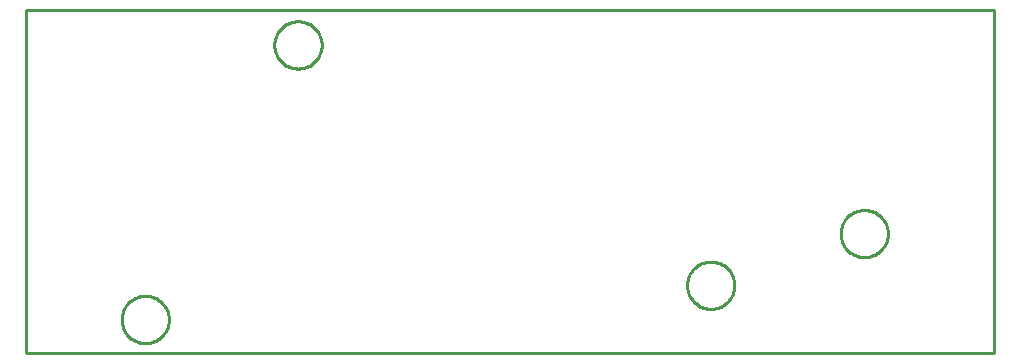
<source format=gko>
G04 EAGLE Gerber RS-274X export*
G75*
%MOMM*%
%FSLAX34Y34*%
%LPD*%
%INBoard Outline*%
%IPPOS*%
%AMOC8*
5,1,8,0,0,1.08239X$1,22.5*%
G01*
%ADD10C,0.152400*%
%ADD11C,0.000000*%
%ADD12C,0.254000*%


D10*
X0Y0D02*
X820000Y0D01*
X0Y0D02*
X0Y290000D01*
X820000Y290000D01*
X820000Y0D01*
D11*
X210485Y260697D02*
X210491Y261188D01*
X210509Y261678D01*
X210539Y262168D01*
X210581Y262657D01*
X210635Y263145D01*
X210701Y263632D01*
X210779Y264116D01*
X210869Y264599D01*
X210971Y265079D01*
X211084Y265557D01*
X211209Y266031D01*
X211346Y266503D01*
X211494Y266971D01*
X211654Y267435D01*
X211825Y267895D01*
X212007Y268351D01*
X212201Y268802D01*
X212405Y269248D01*
X212621Y269689D01*
X212847Y270125D01*
X213083Y270555D01*
X213330Y270979D01*
X213588Y271397D01*
X213856Y271808D01*
X214133Y272213D01*
X214421Y272611D01*
X214718Y273002D01*
X215025Y273385D01*
X215341Y273760D01*
X215666Y274128D01*
X216000Y274488D01*
X216343Y274839D01*
X216694Y275182D01*
X217054Y275516D01*
X217422Y275841D01*
X217797Y276157D01*
X218180Y276464D01*
X218571Y276761D01*
X218969Y277049D01*
X219374Y277326D01*
X219785Y277594D01*
X220203Y277852D01*
X220627Y278099D01*
X221057Y278335D01*
X221493Y278561D01*
X221934Y278777D01*
X222380Y278981D01*
X222831Y279175D01*
X223287Y279357D01*
X223747Y279528D01*
X224211Y279688D01*
X224679Y279836D01*
X225151Y279973D01*
X225625Y280098D01*
X226103Y280211D01*
X226583Y280313D01*
X227066Y280403D01*
X227550Y280481D01*
X228037Y280547D01*
X228525Y280601D01*
X229014Y280643D01*
X229504Y280673D01*
X229994Y280691D01*
X230485Y280697D01*
X230976Y280691D01*
X231466Y280673D01*
X231956Y280643D01*
X232445Y280601D01*
X232933Y280547D01*
X233420Y280481D01*
X233904Y280403D01*
X234387Y280313D01*
X234867Y280211D01*
X235345Y280098D01*
X235819Y279973D01*
X236291Y279836D01*
X236759Y279688D01*
X237223Y279528D01*
X237683Y279357D01*
X238139Y279175D01*
X238590Y278981D01*
X239036Y278777D01*
X239477Y278561D01*
X239913Y278335D01*
X240343Y278099D01*
X240767Y277852D01*
X241185Y277594D01*
X241596Y277326D01*
X242001Y277049D01*
X242399Y276761D01*
X242790Y276464D01*
X243173Y276157D01*
X243548Y275841D01*
X243916Y275516D01*
X244276Y275182D01*
X244627Y274839D01*
X244970Y274488D01*
X245304Y274128D01*
X245629Y273760D01*
X245945Y273385D01*
X246252Y273002D01*
X246549Y272611D01*
X246837Y272213D01*
X247114Y271808D01*
X247382Y271397D01*
X247640Y270979D01*
X247887Y270555D01*
X248123Y270125D01*
X248349Y269689D01*
X248565Y269248D01*
X248769Y268802D01*
X248963Y268351D01*
X249145Y267895D01*
X249316Y267435D01*
X249476Y266971D01*
X249624Y266503D01*
X249761Y266031D01*
X249886Y265557D01*
X249999Y265079D01*
X250101Y264599D01*
X250191Y264116D01*
X250269Y263632D01*
X250335Y263145D01*
X250389Y262657D01*
X250431Y262168D01*
X250461Y261678D01*
X250479Y261188D01*
X250485Y260697D01*
X250479Y260206D01*
X250461Y259716D01*
X250431Y259226D01*
X250389Y258737D01*
X250335Y258249D01*
X250269Y257762D01*
X250191Y257278D01*
X250101Y256795D01*
X249999Y256315D01*
X249886Y255837D01*
X249761Y255363D01*
X249624Y254891D01*
X249476Y254423D01*
X249316Y253959D01*
X249145Y253499D01*
X248963Y253043D01*
X248769Y252592D01*
X248565Y252146D01*
X248349Y251705D01*
X248123Y251269D01*
X247887Y250839D01*
X247640Y250415D01*
X247382Y249997D01*
X247114Y249586D01*
X246837Y249181D01*
X246549Y248783D01*
X246252Y248392D01*
X245945Y248009D01*
X245629Y247634D01*
X245304Y247266D01*
X244970Y246906D01*
X244627Y246555D01*
X244276Y246212D01*
X243916Y245878D01*
X243548Y245553D01*
X243173Y245237D01*
X242790Y244930D01*
X242399Y244633D01*
X242001Y244345D01*
X241596Y244068D01*
X241185Y243800D01*
X240767Y243542D01*
X240343Y243295D01*
X239913Y243059D01*
X239477Y242833D01*
X239036Y242617D01*
X238590Y242413D01*
X238139Y242219D01*
X237683Y242037D01*
X237223Y241866D01*
X236759Y241706D01*
X236291Y241558D01*
X235819Y241421D01*
X235345Y241296D01*
X234867Y241183D01*
X234387Y241081D01*
X233904Y240991D01*
X233420Y240913D01*
X232933Y240847D01*
X232445Y240793D01*
X231956Y240751D01*
X231466Y240721D01*
X230976Y240703D01*
X230485Y240697D01*
X229994Y240703D01*
X229504Y240721D01*
X229014Y240751D01*
X228525Y240793D01*
X228037Y240847D01*
X227550Y240913D01*
X227066Y240991D01*
X226583Y241081D01*
X226103Y241183D01*
X225625Y241296D01*
X225151Y241421D01*
X224679Y241558D01*
X224211Y241706D01*
X223747Y241866D01*
X223287Y242037D01*
X222831Y242219D01*
X222380Y242413D01*
X221934Y242617D01*
X221493Y242833D01*
X221057Y243059D01*
X220627Y243295D01*
X220203Y243542D01*
X219785Y243800D01*
X219374Y244068D01*
X218969Y244345D01*
X218571Y244633D01*
X218180Y244930D01*
X217797Y245237D01*
X217422Y245553D01*
X217054Y245878D01*
X216694Y246212D01*
X216343Y246555D01*
X216000Y246906D01*
X215666Y247266D01*
X215341Y247634D01*
X215025Y248009D01*
X214718Y248392D01*
X214421Y248783D01*
X214133Y249181D01*
X213856Y249586D01*
X213588Y249997D01*
X213330Y250415D01*
X213083Y250839D01*
X212847Y251269D01*
X212621Y251705D01*
X212405Y252146D01*
X212201Y252592D01*
X212007Y253043D01*
X211825Y253499D01*
X211654Y253959D01*
X211494Y254423D01*
X211346Y254891D01*
X211209Y255363D01*
X211084Y255837D01*
X210971Y256315D01*
X210869Y256795D01*
X210779Y257278D01*
X210701Y257762D01*
X210635Y258249D01*
X210581Y258737D01*
X210539Y259226D01*
X210509Y259716D01*
X210491Y260206D01*
X210485Y260697D01*
X81173Y28209D02*
X81179Y28700D01*
X81197Y29190D01*
X81227Y29680D01*
X81269Y30169D01*
X81323Y30657D01*
X81389Y31144D01*
X81467Y31628D01*
X81557Y32111D01*
X81659Y32591D01*
X81772Y33069D01*
X81897Y33543D01*
X82034Y34015D01*
X82182Y34483D01*
X82342Y34947D01*
X82513Y35407D01*
X82695Y35863D01*
X82889Y36314D01*
X83093Y36760D01*
X83309Y37201D01*
X83535Y37637D01*
X83771Y38067D01*
X84018Y38491D01*
X84276Y38909D01*
X84544Y39320D01*
X84821Y39725D01*
X85109Y40123D01*
X85406Y40514D01*
X85713Y40897D01*
X86029Y41272D01*
X86354Y41640D01*
X86688Y42000D01*
X87031Y42351D01*
X87382Y42694D01*
X87742Y43028D01*
X88110Y43353D01*
X88485Y43669D01*
X88868Y43976D01*
X89259Y44273D01*
X89657Y44561D01*
X90062Y44838D01*
X90473Y45106D01*
X90891Y45364D01*
X91315Y45611D01*
X91745Y45847D01*
X92181Y46073D01*
X92622Y46289D01*
X93068Y46493D01*
X93519Y46687D01*
X93975Y46869D01*
X94435Y47040D01*
X94899Y47200D01*
X95367Y47348D01*
X95839Y47485D01*
X96313Y47610D01*
X96791Y47723D01*
X97271Y47825D01*
X97754Y47915D01*
X98238Y47993D01*
X98725Y48059D01*
X99213Y48113D01*
X99702Y48155D01*
X100192Y48185D01*
X100682Y48203D01*
X101173Y48209D01*
X101664Y48203D01*
X102154Y48185D01*
X102644Y48155D01*
X103133Y48113D01*
X103621Y48059D01*
X104108Y47993D01*
X104592Y47915D01*
X105075Y47825D01*
X105555Y47723D01*
X106033Y47610D01*
X106507Y47485D01*
X106979Y47348D01*
X107447Y47200D01*
X107911Y47040D01*
X108371Y46869D01*
X108827Y46687D01*
X109278Y46493D01*
X109724Y46289D01*
X110165Y46073D01*
X110601Y45847D01*
X111031Y45611D01*
X111455Y45364D01*
X111873Y45106D01*
X112284Y44838D01*
X112689Y44561D01*
X113087Y44273D01*
X113478Y43976D01*
X113861Y43669D01*
X114236Y43353D01*
X114604Y43028D01*
X114964Y42694D01*
X115315Y42351D01*
X115658Y42000D01*
X115992Y41640D01*
X116317Y41272D01*
X116633Y40897D01*
X116940Y40514D01*
X117237Y40123D01*
X117525Y39725D01*
X117802Y39320D01*
X118070Y38909D01*
X118328Y38491D01*
X118575Y38067D01*
X118811Y37637D01*
X119037Y37201D01*
X119253Y36760D01*
X119457Y36314D01*
X119651Y35863D01*
X119833Y35407D01*
X120004Y34947D01*
X120164Y34483D01*
X120312Y34015D01*
X120449Y33543D01*
X120574Y33069D01*
X120687Y32591D01*
X120789Y32111D01*
X120879Y31628D01*
X120957Y31144D01*
X121023Y30657D01*
X121077Y30169D01*
X121119Y29680D01*
X121149Y29190D01*
X121167Y28700D01*
X121173Y28209D01*
X121167Y27718D01*
X121149Y27228D01*
X121119Y26738D01*
X121077Y26249D01*
X121023Y25761D01*
X120957Y25274D01*
X120879Y24790D01*
X120789Y24307D01*
X120687Y23827D01*
X120574Y23349D01*
X120449Y22875D01*
X120312Y22403D01*
X120164Y21935D01*
X120004Y21471D01*
X119833Y21011D01*
X119651Y20555D01*
X119457Y20104D01*
X119253Y19658D01*
X119037Y19217D01*
X118811Y18781D01*
X118575Y18351D01*
X118328Y17927D01*
X118070Y17509D01*
X117802Y17098D01*
X117525Y16693D01*
X117237Y16295D01*
X116940Y15904D01*
X116633Y15521D01*
X116317Y15146D01*
X115992Y14778D01*
X115658Y14418D01*
X115315Y14067D01*
X114964Y13724D01*
X114604Y13390D01*
X114236Y13065D01*
X113861Y12749D01*
X113478Y12442D01*
X113087Y12145D01*
X112689Y11857D01*
X112284Y11580D01*
X111873Y11312D01*
X111455Y11054D01*
X111031Y10807D01*
X110601Y10571D01*
X110165Y10345D01*
X109724Y10129D01*
X109278Y9925D01*
X108827Y9731D01*
X108371Y9549D01*
X107911Y9378D01*
X107447Y9218D01*
X106979Y9070D01*
X106507Y8933D01*
X106033Y8808D01*
X105555Y8695D01*
X105075Y8593D01*
X104592Y8503D01*
X104108Y8425D01*
X103621Y8359D01*
X103133Y8305D01*
X102644Y8263D01*
X102154Y8233D01*
X101664Y8215D01*
X101173Y8209D01*
X100682Y8215D01*
X100192Y8233D01*
X99702Y8263D01*
X99213Y8305D01*
X98725Y8359D01*
X98238Y8425D01*
X97754Y8503D01*
X97271Y8593D01*
X96791Y8695D01*
X96313Y8808D01*
X95839Y8933D01*
X95367Y9070D01*
X94899Y9218D01*
X94435Y9378D01*
X93975Y9549D01*
X93519Y9731D01*
X93068Y9925D01*
X92622Y10129D01*
X92181Y10345D01*
X91745Y10571D01*
X91315Y10807D01*
X90891Y11054D01*
X90473Y11312D01*
X90062Y11580D01*
X89657Y11857D01*
X89259Y12145D01*
X88868Y12442D01*
X88485Y12749D01*
X88110Y13065D01*
X87742Y13390D01*
X87382Y13724D01*
X87031Y14067D01*
X86688Y14418D01*
X86354Y14778D01*
X86029Y15146D01*
X85713Y15521D01*
X85406Y15904D01*
X85109Y16295D01*
X84821Y16693D01*
X84544Y17098D01*
X84276Y17509D01*
X84018Y17927D01*
X83771Y18351D01*
X83535Y18781D01*
X83309Y19217D01*
X83093Y19658D01*
X82889Y20104D01*
X82695Y20555D01*
X82513Y21011D01*
X82342Y21471D01*
X82182Y21935D01*
X82034Y22403D01*
X81897Y22875D01*
X81772Y23349D01*
X81659Y23827D01*
X81557Y24307D01*
X81467Y24790D01*
X81389Y25274D01*
X81323Y25761D01*
X81269Y26249D01*
X81227Y26738D01*
X81197Y27228D01*
X81179Y27718D01*
X81173Y28209D01*
X689919Y100947D02*
X689925Y101438D01*
X689943Y101928D01*
X689973Y102418D01*
X690015Y102907D01*
X690069Y103395D01*
X690135Y103882D01*
X690213Y104366D01*
X690303Y104849D01*
X690405Y105329D01*
X690518Y105807D01*
X690643Y106281D01*
X690780Y106753D01*
X690928Y107221D01*
X691088Y107685D01*
X691259Y108145D01*
X691441Y108601D01*
X691635Y109052D01*
X691839Y109498D01*
X692055Y109939D01*
X692281Y110375D01*
X692517Y110805D01*
X692764Y111229D01*
X693022Y111647D01*
X693290Y112058D01*
X693567Y112463D01*
X693855Y112861D01*
X694152Y113252D01*
X694459Y113635D01*
X694775Y114010D01*
X695100Y114378D01*
X695434Y114738D01*
X695777Y115089D01*
X696128Y115432D01*
X696488Y115766D01*
X696856Y116091D01*
X697231Y116407D01*
X697614Y116714D01*
X698005Y117011D01*
X698403Y117299D01*
X698808Y117576D01*
X699219Y117844D01*
X699637Y118102D01*
X700061Y118349D01*
X700491Y118585D01*
X700927Y118811D01*
X701368Y119027D01*
X701814Y119231D01*
X702265Y119425D01*
X702721Y119607D01*
X703181Y119778D01*
X703645Y119938D01*
X704113Y120086D01*
X704585Y120223D01*
X705059Y120348D01*
X705537Y120461D01*
X706017Y120563D01*
X706500Y120653D01*
X706984Y120731D01*
X707471Y120797D01*
X707959Y120851D01*
X708448Y120893D01*
X708938Y120923D01*
X709428Y120941D01*
X709919Y120947D01*
X710410Y120941D01*
X710900Y120923D01*
X711390Y120893D01*
X711879Y120851D01*
X712367Y120797D01*
X712854Y120731D01*
X713338Y120653D01*
X713821Y120563D01*
X714301Y120461D01*
X714779Y120348D01*
X715253Y120223D01*
X715725Y120086D01*
X716193Y119938D01*
X716657Y119778D01*
X717117Y119607D01*
X717573Y119425D01*
X718024Y119231D01*
X718470Y119027D01*
X718911Y118811D01*
X719347Y118585D01*
X719777Y118349D01*
X720201Y118102D01*
X720619Y117844D01*
X721030Y117576D01*
X721435Y117299D01*
X721833Y117011D01*
X722224Y116714D01*
X722607Y116407D01*
X722982Y116091D01*
X723350Y115766D01*
X723710Y115432D01*
X724061Y115089D01*
X724404Y114738D01*
X724738Y114378D01*
X725063Y114010D01*
X725379Y113635D01*
X725686Y113252D01*
X725983Y112861D01*
X726271Y112463D01*
X726548Y112058D01*
X726816Y111647D01*
X727074Y111229D01*
X727321Y110805D01*
X727557Y110375D01*
X727783Y109939D01*
X727999Y109498D01*
X728203Y109052D01*
X728397Y108601D01*
X728579Y108145D01*
X728750Y107685D01*
X728910Y107221D01*
X729058Y106753D01*
X729195Y106281D01*
X729320Y105807D01*
X729433Y105329D01*
X729535Y104849D01*
X729625Y104366D01*
X729703Y103882D01*
X729769Y103395D01*
X729823Y102907D01*
X729865Y102418D01*
X729895Y101928D01*
X729913Y101438D01*
X729919Y100947D01*
X729913Y100456D01*
X729895Y99966D01*
X729865Y99476D01*
X729823Y98987D01*
X729769Y98499D01*
X729703Y98012D01*
X729625Y97528D01*
X729535Y97045D01*
X729433Y96565D01*
X729320Y96087D01*
X729195Y95613D01*
X729058Y95141D01*
X728910Y94673D01*
X728750Y94209D01*
X728579Y93749D01*
X728397Y93293D01*
X728203Y92842D01*
X727999Y92396D01*
X727783Y91955D01*
X727557Y91519D01*
X727321Y91089D01*
X727074Y90665D01*
X726816Y90247D01*
X726548Y89836D01*
X726271Y89431D01*
X725983Y89033D01*
X725686Y88642D01*
X725379Y88259D01*
X725063Y87884D01*
X724738Y87516D01*
X724404Y87156D01*
X724061Y86805D01*
X723710Y86462D01*
X723350Y86128D01*
X722982Y85803D01*
X722607Y85487D01*
X722224Y85180D01*
X721833Y84883D01*
X721435Y84595D01*
X721030Y84318D01*
X720619Y84050D01*
X720201Y83792D01*
X719777Y83545D01*
X719347Y83309D01*
X718911Y83083D01*
X718470Y82867D01*
X718024Y82663D01*
X717573Y82469D01*
X717117Y82287D01*
X716657Y82116D01*
X716193Y81956D01*
X715725Y81808D01*
X715253Y81671D01*
X714779Y81546D01*
X714301Y81433D01*
X713821Y81331D01*
X713338Y81241D01*
X712854Y81163D01*
X712367Y81097D01*
X711879Y81043D01*
X711390Y81001D01*
X710900Y80971D01*
X710410Y80953D01*
X709919Y80947D01*
X709428Y80953D01*
X708938Y80971D01*
X708448Y81001D01*
X707959Y81043D01*
X707471Y81097D01*
X706984Y81163D01*
X706500Y81241D01*
X706017Y81331D01*
X705537Y81433D01*
X705059Y81546D01*
X704585Y81671D01*
X704113Y81808D01*
X703645Y81956D01*
X703181Y82116D01*
X702721Y82287D01*
X702265Y82469D01*
X701814Y82663D01*
X701368Y82867D01*
X700927Y83083D01*
X700491Y83309D01*
X700061Y83545D01*
X699637Y83792D01*
X699219Y84050D01*
X698808Y84318D01*
X698403Y84595D01*
X698005Y84883D01*
X697614Y85180D01*
X697231Y85487D01*
X696856Y85803D01*
X696488Y86128D01*
X696128Y86462D01*
X695777Y86805D01*
X695434Y87156D01*
X695100Y87516D01*
X694775Y87884D01*
X694459Y88259D01*
X694152Y88642D01*
X693855Y89033D01*
X693567Y89431D01*
X693290Y89836D01*
X693022Y90247D01*
X692764Y90665D01*
X692517Y91089D01*
X692281Y91519D01*
X692055Y91955D01*
X691839Y92396D01*
X691635Y92842D01*
X691441Y93293D01*
X691259Y93749D01*
X691088Y94209D01*
X690928Y94673D01*
X690780Y95141D01*
X690643Y95613D01*
X690518Y96087D01*
X690405Y96565D01*
X690303Y97045D01*
X690213Y97528D01*
X690135Y98012D01*
X690069Y98499D01*
X690015Y98987D01*
X689973Y99476D01*
X689943Y99966D01*
X689925Y100456D01*
X689919Y100947D01*
X559891Y57197D02*
X559897Y57688D01*
X559915Y58178D01*
X559945Y58668D01*
X559987Y59157D01*
X560041Y59645D01*
X560107Y60132D01*
X560185Y60616D01*
X560275Y61099D01*
X560377Y61579D01*
X560490Y62057D01*
X560615Y62531D01*
X560752Y63003D01*
X560900Y63471D01*
X561060Y63935D01*
X561231Y64395D01*
X561413Y64851D01*
X561607Y65302D01*
X561811Y65748D01*
X562027Y66189D01*
X562253Y66625D01*
X562489Y67055D01*
X562736Y67479D01*
X562994Y67897D01*
X563262Y68308D01*
X563539Y68713D01*
X563827Y69111D01*
X564124Y69502D01*
X564431Y69885D01*
X564747Y70260D01*
X565072Y70628D01*
X565406Y70988D01*
X565749Y71339D01*
X566100Y71682D01*
X566460Y72016D01*
X566828Y72341D01*
X567203Y72657D01*
X567586Y72964D01*
X567977Y73261D01*
X568375Y73549D01*
X568780Y73826D01*
X569191Y74094D01*
X569609Y74352D01*
X570033Y74599D01*
X570463Y74835D01*
X570899Y75061D01*
X571340Y75277D01*
X571786Y75481D01*
X572237Y75675D01*
X572693Y75857D01*
X573153Y76028D01*
X573617Y76188D01*
X574085Y76336D01*
X574557Y76473D01*
X575031Y76598D01*
X575509Y76711D01*
X575989Y76813D01*
X576472Y76903D01*
X576956Y76981D01*
X577443Y77047D01*
X577931Y77101D01*
X578420Y77143D01*
X578910Y77173D01*
X579400Y77191D01*
X579891Y77197D01*
X580382Y77191D01*
X580872Y77173D01*
X581362Y77143D01*
X581851Y77101D01*
X582339Y77047D01*
X582826Y76981D01*
X583310Y76903D01*
X583793Y76813D01*
X584273Y76711D01*
X584751Y76598D01*
X585225Y76473D01*
X585697Y76336D01*
X586165Y76188D01*
X586629Y76028D01*
X587089Y75857D01*
X587545Y75675D01*
X587996Y75481D01*
X588442Y75277D01*
X588883Y75061D01*
X589319Y74835D01*
X589749Y74599D01*
X590173Y74352D01*
X590591Y74094D01*
X591002Y73826D01*
X591407Y73549D01*
X591805Y73261D01*
X592196Y72964D01*
X592579Y72657D01*
X592954Y72341D01*
X593322Y72016D01*
X593682Y71682D01*
X594033Y71339D01*
X594376Y70988D01*
X594710Y70628D01*
X595035Y70260D01*
X595351Y69885D01*
X595658Y69502D01*
X595955Y69111D01*
X596243Y68713D01*
X596520Y68308D01*
X596788Y67897D01*
X597046Y67479D01*
X597293Y67055D01*
X597529Y66625D01*
X597755Y66189D01*
X597971Y65748D01*
X598175Y65302D01*
X598369Y64851D01*
X598551Y64395D01*
X598722Y63935D01*
X598882Y63471D01*
X599030Y63003D01*
X599167Y62531D01*
X599292Y62057D01*
X599405Y61579D01*
X599507Y61099D01*
X599597Y60616D01*
X599675Y60132D01*
X599741Y59645D01*
X599795Y59157D01*
X599837Y58668D01*
X599867Y58178D01*
X599885Y57688D01*
X599891Y57197D01*
X599885Y56706D01*
X599867Y56216D01*
X599837Y55726D01*
X599795Y55237D01*
X599741Y54749D01*
X599675Y54262D01*
X599597Y53778D01*
X599507Y53295D01*
X599405Y52815D01*
X599292Y52337D01*
X599167Y51863D01*
X599030Y51391D01*
X598882Y50923D01*
X598722Y50459D01*
X598551Y49999D01*
X598369Y49543D01*
X598175Y49092D01*
X597971Y48646D01*
X597755Y48205D01*
X597529Y47769D01*
X597293Y47339D01*
X597046Y46915D01*
X596788Y46497D01*
X596520Y46086D01*
X596243Y45681D01*
X595955Y45283D01*
X595658Y44892D01*
X595351Y44509D01*
X595035Y44134D01*
X594710Y43766D01*
X594376Y43406D01*
X594033Y43055D01*
X593682Y42712D01*
X593322Y42378D01*
X592954Y42053D01*
X592579Y41737D01*
X592196Y41430D01*
X591805Y41133D01*
X591407Y40845D01*
X591002Y40568D01*
X590591Y40300D01*
X590173Y40042D01*
X589749Y39795D01*
X589319Y39559D01*
X588883Y39333D01*
X588442Y39117D01*
X587996Y38913D01*
X587545Y38719D01*
X587089Y38537D01*
X586629Y38366D01*
X586165Y38206D01*
X585697Y38058D01*
X585225Y37921D01*
X584751Y37796D01*
X584273Y37683D01*
X583793Y37581D01*
X583310Y37491D01*
X582826Y37413D01*
X582339Y37347D01*
X581851Y37293D01*
X581362Y37251D01*
X580872Y37221D01*
X580382Y37203D01*
X579891Y37197D01*
X579400Y37203D01*
X578910Y37221D01*
X578420Y37251D01*
X577931Y37293D01*
X577443Y37347D01*
X576956Y37413D01*
X576472Y37491D01*
X575989Y37581D01*
X575509Y37683D01*
X575031Y37796D01*
X574557Y37921D01*
X574085Y38058D01*
X573617Y38206D01*
X573153Y38366D01*
X572693Y38537D01*
X572237Y38719D01*
X571786Y38913D01*
X571340Y39117D01*
X570899Y39333D01*
X570463Y39559D01*
X570033Y39795D01*
X569609Y40042D01*
X569191Y40300D01*
X568780Y40568D01*
X568375Y40845D01*
X567977Y41133D01*
X567586Y41430D01*
X567203Y41737D01*
X566828Y42053D01*
X566460Y42378D01*
X566100Y42712D01*
X565749Y43055D01*
X565406Y43406D01*
X565072Y43766D01*
X564747Y44134D01*
X564431Y44509D01*
X564124Y44892D01*
X563827Y45283D01*
X563539Y45681D01*
X563262Y46086D01*
X562994Y46497D01*
X562736Y46915D01*
X562489Y47339D01*
X562253Y47769D01*
X562027Y48205D01*
X561811Y48646D01*
X561607Y49092D01*
X561413Y49543D01*
X561231Y49999D01*
X561060Y50459D01*
X560900Y50923D01*
X560752Y51391D01*
X560615Y51863D01*
X560490Y52337D01*
X560377Y52815D01*
X560275Y53295D01*
X560185Y53778D01*
X560107Y54262D01*
X560041Y54749D01*
X559987Y55237D01*
X559945Y55726D01*
X559915Y56216D01*
X559897Y56706D01*
X559891Y57197D01*
D12*
X0Y0D02*
X820000Y0D01*
X820000Y290000D01*
X0Y290000D01*
X0Y0D01*
X250485Y260093D02*
X250412Y258886D01*
X250267Y257686D01*
X250049Y256497D01*
X249760Y255324D01*
X249400Y254170D01*
X248971Y253040D01*
X248475Y251938D01*
X247914Y250867D01*
X247288Y249833D01*
X246602Y248838D01*
X245856Y247887D01*
X245055Y246982D01*
X244200Y246127D01*
X243295Y245326D01*
X242344Y244581D01*
X241349Y243894D01*
X240315Y243269D01*
X239245Y242707D01*
X238143Y242211D01*
X237012Y241782D01*
X235858Y241423D01*
X234685Y241133D01*
X233496Y240916D01*
X232296Y240770D01*
X231090Y240697D01*
X229881Y240697D01*
X228675Y240770D01*
X227475Y240916D01*
X226286Y241133D01*
X225112Y241423D01*
X223958Y241782D01*
X222828Y242211D01*
X221726Y242707D01*
X220656Y243269D01*
X219621Y243894D01*
X218627Y244581D01*
X217675Y245326D01*
X216771Y246127D01*
X215916Y246982D01*
X215114Y247887D01*
X214369Y248838D01*
X213682Y249833D01*
X213057Y250867D01*
X212495Y251938D01*
X211999Y253040D01*
X211571Y254170D01*
X211211Y255324D01*
X210922Y256497D01*
X210704Y257686D01*
X210558Y258886D01*
X210485Y260093D01*
X210485Y261301D01*
X210558Y262508D01*
X210704Y263708D01*
X210922Y264896D01*
X211211Y266070D01*
X211571Y267224D01*
X211999Y268354D01*
X212495Y269456D01*
X213057Y270526D01*
X213682Y271561D01*
X214369Y272556D01*
X215114Y273507D01*
X215916Y274412D01*
X216771Y275266D01*
X217675Y276068D01*
X218627Y276813D01*
X219621Y277500D01*
X220656Y278125D01*
X221726Y278687D01*
X222828Y279183D01*
X223958Y279612D01*
X225112Y279971D01*
X226286Y280260D01*
X227475Y280478D01*
X228675Y280624D01*
X229881Y280697D01*
X231090Y280697D01*
X232296Y280624D01*
X233496Y280478D01*
X234685Y280260D01*
X235858Y279971D01*
X237012Y279612D01*
X238143Y279183D01*
X239245Y278687D01*
X240315Y278125D01*
X241349Y277500D01*
X242344Y276813D01*
X243295Y276068D01*
X244200Y275266D01*
X245055Y274412D01*
X245856Y273507D01*
X246602Y272556D01*
X247288Y271561D01*
X247914Y270526D01*
X248475Y269456D01*
X248971Y268354D01*
X249400Y267224D01*
X249760Y266070D01*
X250049Y264896D01*
X250267Y263708D01*
X250412Y262508D01*
X250485Y261301D01*
X250485Y260093D01*
X121173Y27604D02*
X121100Y26398D01*
X120954Y25198D01*
X120736Y24009D01*
X120447Y22835D01*
X120087Y21682D01*
X119659Y20551D01*
X119163Y19449D01*
X118601Y18379D01*
X117976Y17345D01*
X117289Y16350D01*
X116544Y15398D01*
X115742Y14494D01*
X114887Y13639D01*
X113983Y12838D01*
X113031Y12092D01*
X112037Y11406D01*
X111002Y10780D01*
X109932Y10219D01*
X108830Y9723D01*
X107700Y9294D01*
X106546Y8934D01*
X105372Y8645D01*
X104183Y8427D01*
X102983Y8282D01*
X101777Y8209D01*
X100568Y8209D01*
X99362Y8282D01*
X98162Y8427D01*
X96973Y8645D01*
X95800Y8934D01*
X94646Y9294D01*
X93515Y9723D01*
X92413Y10219D01*
X91343Y10780D01*
X90309Y11406D01*
X89314Y12092D01*
X88363Y12838D01*
X87458Y13639D01*
X86603Y14494D01*
X85802Y15398D01*
X85056Y16350D01*
X84370Y17345D01*
X83744Y18379D01*
X83183Y19449D01*
X82687Y20551D01*
X82258Y21682D01*
X81898Y22835D01*
X81609Y24009D01*
X81391Y25198D01*
X81246Y26398D01*
X81173Y27604D01*
X81173Y28813D01*
X81246Y30019D01*
X81391Y31219D01*
X81609Y32408D01*
X81898Y33582D01*
X82258Y34736D01*
X82687Y35866D01*
X83183Y36968D01*
X83744Y38038D01*
X84370Y39072D01*
X85056Y40067D01*
X85802Y41019D01*
X86603Y41923D01*
X87458Y42778D01*
X88363Y43580D01*
X89314Y44325D01*
X90309Y45012D01*
X91343Y45637D01*
X92413Y46199D01*
X93515Y46695D01*
X94646Y47123D01*
X95800Y47483D01*
X96973Y47772D01*
X98162Y47990D01*
X99362Y48136D01*
X100568Y48209D01*
X101777Y48209D01*
X102983Y48136D01*
X104183Y47990D01*
X105372Y47772D01*
X106546Y47483D01*
X107700Y47123D01*
X108830Y46695D01*
X109932Y46199D01*
X111002Y45637D01*
X112037Y45012D01*
X113031Y44325D01*
X113983Y43580D01*
X114887Y42778D01*
X115742Y41923D01*
X116544Y41019D01*
X117289Y40067D01*
X117976Y39072D01*
X118601Y38038D01*
X119163Y36968D01*
X119659Y35866D01*
X120087Y34736D01*
X120447Y33582D01*
X120736Y32408D01*
X120954Y31219D01*
X121100Y30019D01*
X121173Y28813D01*
X121173Y27604D01*
X729919Y100343D02*
X729846Y99136D01*
X729700Y97936D01*
X729482Y96748D01*
X729193Y95574D01*
X728834Y94420D01*
X728405Y93290D01*
X727909Y92188D01*
X727347Y91118D01*
X726722Y90083D01*
X726035Y89088D01*
X725290Y88137D01*
X724488Y87232D01*
X723634Y86378D01*
X722729Y85576D01*
X721778Y84831D01*
X720783Y84144D01*
X719749Y83519D01*
X718678Y82957D01*
X717576Y82461D01*
X716446Y82033D01*
X715292Y81673D01*
X714118Y81384D01*
X712930Y81166D01*
X711730Y81020D01*
X710523Y80947D01*
X709315Y80947D01*
X708108Y81020D01*
X706908Y81166D01*
X705719Y81384D01*
X704546Y81673D01*
X703392Y82033D01*
X702262Y82461D01*
X701160Y82957D01*
X700089Y83519D01*
X699055Y84144D01*
X698060Y84831D01*
X697109Y85576D01*
X696204Y86378D01*
X695349Y87232D01*
X694548Y88137D01*
X693803Y89088D01*
X693116Y90083D01*
X692491Y91118D01*
X691929Y92188D01*
X691433Y93290D01*
X691004Y94420D01*
X690645Y95574D01*
X690355Y96748D01*
X690138Y97936D01*
X689992Y99136D01*
X689919Y100343D01*
X689919Y101551D01*
X689992Y102758D01*
X690138Y103958D01*
X690355Y105147D01*
X690645Y106320D01*
X691004Y107474D01*
X691433Y108604D01*
X691929Y109706D01*
X692491Y110777D01*
X693116Y111811D01*
X693803Y112806D01*
X694548Y113757D01*
X695349Y114662D01*
X696204Y115517D01*
X697109Y116318D01*
X698060Y117064D01*
X699055Y117750D01*
X700089Y118375D01*
X701160Y118937D01*
X702262Y119433D01*
X703392Y119862D01*
X704546Y120221D01*
X705719Y120511D01*
X706908Y120728D01*
X708108Y120874D01*
X709315Y120947D01*
X710523Y120947D01*
X711730Y120874D01*
X712930Y120728D01*
X714118Y120511D01*
X715292Y120221D01*
X716446Y119862D01*
X717576Y119433D01*
X718678Y118937D01*
X719749Y118375D01*
X720783Y117750D01*
X721778Y117064D01*
X722729Y116318D01*
X723634Y115517D01*
X724488Y114662D01*
X725290Y113757D01*
X726035Y112806D01*
X726722Y111811D01*
X727347Y110777D01*
X727909Y109706D01*
X728405Y108604D01*
X728834Y107474D01*
X729193Y106320D01*
X729482Y105147D01*
X729700Y103958D01*
X729846Y102758D01*
X729919Y101551D01*
X729919Y100343D01*
X599891Y56593D02*
X599818Y55386D01*
X599673Y54186D01*
X599455Y52998D01*
X599166Y51824D01*
X598806Y50670D01*
X598377Y49540D01*
X597881Y48438D01*
X597320Y47368D01*
X596694Y46333D01*
X596008Y45338D01*
X595262Y44387D01*
X594461Y43482D01*
X593606Y42628D01*
X592701Y41826D01*
X591750Y41081D01*
X590755Y40394D01*
X589721Y39769D01*
X588651Y39207D01*
X587548Y38711D01*
X586418Y38282D01*
X585264Y37923D01*
X584091Y37634D01*
X582902Y37416D01*
X581702Y37270D01*
X580496Y37197D01*
X579287Y37197D01*
X578080Y37270D01*
X576881Y37416D01*
X575692Y37634D01*
X574518Y37923D01*
X573364Y38282D01*
X572234Y38711D01*
X571132Y39207D01*
X570062Y39769D01*
X569027Y40394D01*
X568033Y41081D01*
X567081Y41826D01*
X566176Y42628D01*
X565322Y43482D01*
X564520Y44387D01*
X563775Y45338D01*
X563088Y46333D01*
X562463Y47368D01*
X561901Y48438D01*
X561405Y49540D01*
X560977Y50670D01*
X560617Y51824D01*
X560328Y52998D01*
X560110Y54186D01*
X559964Y55386D01*
X559891Y56593D01*
X559891Y57801D01*
X559964Y59008D01*
X560110Y60208D01*
X560328Y61397D01*
X560617Y62570D01*
X560977Y63724D01*
X561405Y64854D01*
X561901Y65956D01*
X562463Y67027D01*
X563088Y68061D01*
X563775Y69056D01*
X564520Y70007D01*
X565322Y70912D01*
X566176Y71767D01*
X567081Y72568D01*
X568033Y73313D01*
X569027Y74000D01*
X570062Y74625D01*
X571132Y75187D01*
X572234Y75683D01*
X573364Y76112D01*
X574518Y76471D01*
X575692Y76761D01*
X576881Y76978D01*
X578080Y77124D01*
X579287Y77197D01*
X580496Y77197D01*
X581702Y77124D01*
X582902Y76978D01*
X584091Y76761D01*
X585264Y76471D01*
X586418Y76112D01*
X587548Y75683D01*
X588651Y75187D01*
X589721Y74625D01*
X590755Y74000D01*
X591750Y73313D01*
X592701Y72568D01*
X593606Y71767D01*
X594461Y70912D01*
X595262Y70007D01*
X596008Y69056D01*
X596694Y68061D01*
X597320Y67027D01*
X597881Y65956D01*
X598377Y64854D01*
X598806Y63724D01*
X599166Y62570D01*
X599455Y61397D01*
X599673Y60208D01*
X599818Y59008D01*
X599891Y57801D01*
X599891Y56593D01*
M02*

</source>
